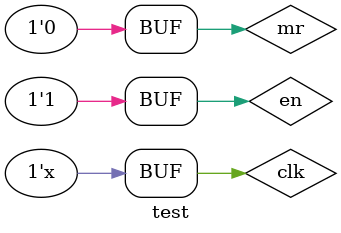
<source format=v>
`timescale 1ns / 1ps


module test;

	// Inputs
	reg mr;
	reg en;
	reg clk;

	// Outputs
	wire [3:0] q;
	wire co;

	// Instantiate the Unit Under Test (UUT)
	shijinzhijishuqi uut (
		.mr(mr), 
		.en(en), 
		.clk(clk), 
		.q(q), 
		.co(co)
	);

	initial begin
		// Initialize Inputs
		mr = 1;
		en = 0;
		clk = 0;

		// Wait 100 ns for global reset to finish
		#100;
      mr = 0;
		en = 0;

		// Wait 100 ns for global reset to finish
		#100;
		mr = 0;
		en = 1;

		// Wait 100 ns for global reset to finish
		#100;
		mr = 0;
		en = 1;

		// Wait 100 ns for global reset to finish
		#100;
		mr = 0;
		en = 1;

		// Wait 100 ns for global reset to finish
		#100;
		mr = 0;
		en = 1;

		// Wait 100 ns for global reset to finish
		#100;
		mr = 0;
		en = 1;

		// Wait 100 ns for global reset to finish
		#100;
		mr = 0;
		en = 1;

		// Wait 100 ns for global reset to finish
		#100;
		mr = 0;
		en = 1;

		// Wait 100 ns for global reset to finish
		#100;
		mr = 0;
		en = 1;

		// Wait 100 ns for global reset to finish
		#100;
		// Add stimulus here

	end
      always #20 begin clk = ~clk; end
endmodule


</source>
